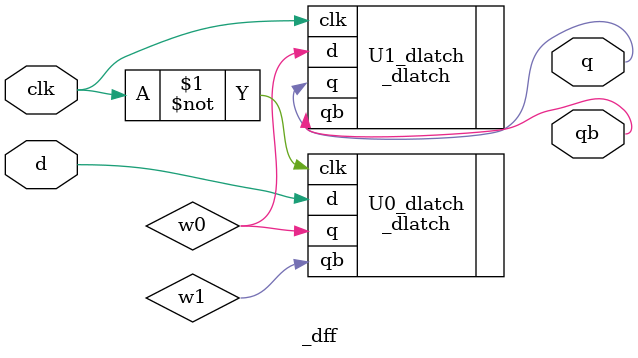
<source format=v>
module _dff(clk,d,q,qb); //D flip-flop
	input clk,d;
	output q,qb;
	wire w0,w1;
	
	_dlatch U0_dlatch(.d(d),.clk(~clk),.q(w0),.qb(w1)); //use 2 D Latch
	_dlatch U1_dlatch(.d(w0),.clk(clk),.q(q),.qb(qb));
	
endmodule
</source>
